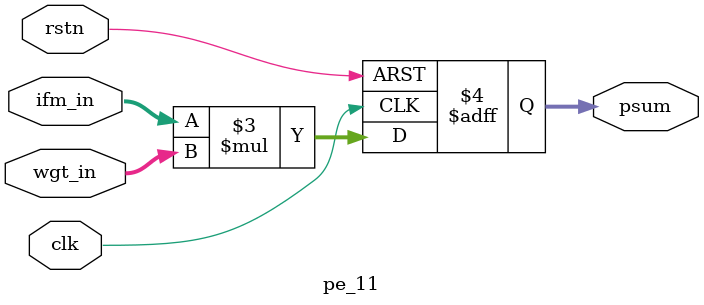
<source format=sv>

module pe_11 #(
    parameter DWIDTH = 16
) (
    input wire clk,
    input wire rstn,

    input wire signed [7:0] ifm_in,
    input wire signed [7:0] wgt_in,

    output reg signed [DWIDTH-1:0] psum
);

    always @(posedge clk or negedge rstn) begin
        if (!rstn) begin
            psum <= 0;
        end else begin
            psum <= ifm_in * wgt_in;
        end
    end

endmodule


</source>
